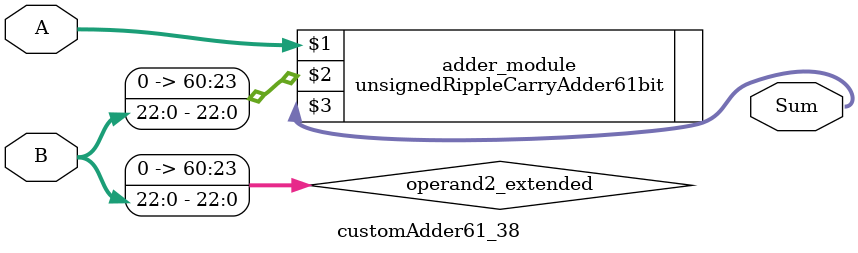
<source format=v>
module customAdder61_38(
                        input [60 : 0] A,
                        input [22 : 0] B,
                        
                        output [61 : 0] Sum
                );

        wire [60 : 0] operand2_extended;
        
        assign operand2_extended =  {38'b0, B};
        
        unsignedRippleCarryAdder61bit adder_module(
            A,
            operand2_extended,
            Sum
        );
        
        endmodule
        
</source>
